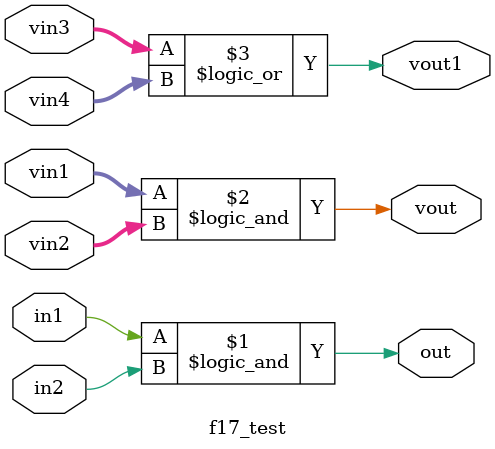
<source format=v>
module f17_test(in1, in2, vin1, vin2, out, vout, vin3, vin4, vout1 );
input in1, in2;
input [1:0] vin1;
input [3:0] vin2;
input [1:0] vin3;
input [3:0] vin4;
output vout, vout1;
output out;
assign out = in1 && in2;
assign vout = vin1 && vin2;
assign vout1 = vin3 || vin4;
endmodule
</source>
